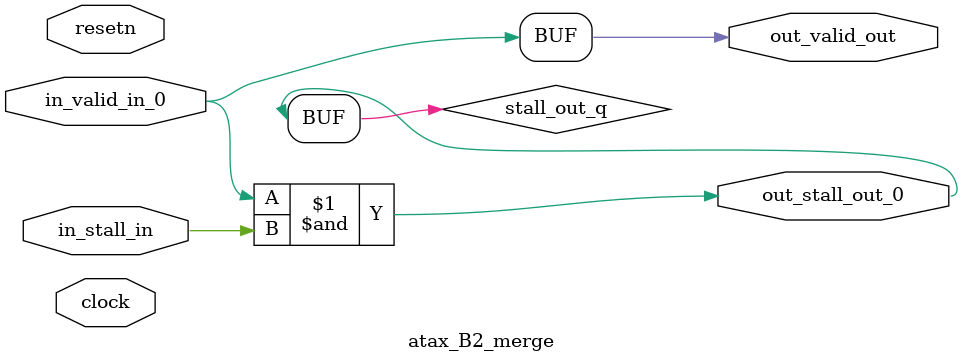
<source format=sv>



(* altera_attribute = "-name AUTO_SHIFT_REGISTER_RECOGNITION OFF; -name MESSAGE_DISABLE 10036; -name MESSAGE_DISABLE 10037; -name MESSAGE_DISABLE 14130; -name MESSAGE_DISABLE 14320; -name MESSAGE_DISABLE 15400; -name MESSAGE_DISABLE 14130; -name MESSAGE_DISABLE 10036; -name MESSAGE_DISABLE 12020; -name MESSAGE_DISABLE 12030; -name MESSAGE_DISABLE 12010; -name MESSAGE_DISABLE 12110; -name MESSAGE_DISABLE 14320; -name MESSAGE_DISABLE 13410; -name MESSAGE_DISABLE 113007; -name MESSAGE_DISABLE 10958" *)
module atax_B2_merge (
    input wire [0:0] in_stall_in,
    input wire [0:0] in_valid_in_0,
    output wire [0:0] out_stall_out_0,
    output wire [0:0] out_valid_out,
    input wire clock,
    input wire resetn
    );

    wire [0:0] stall_out_q;


    // stall_out(LOGICAL,6)
    assign stall_out_q = in_valid_in_0 & in_stall_in;

    // out_stall_out_0(GPOUT,4)
    assign out_stall_out_0 = stall_out_q;

    // out_valid_out(GPOUT,5)
    assign out_valid_out = in_valid_in_0;

endmodule

</source>
